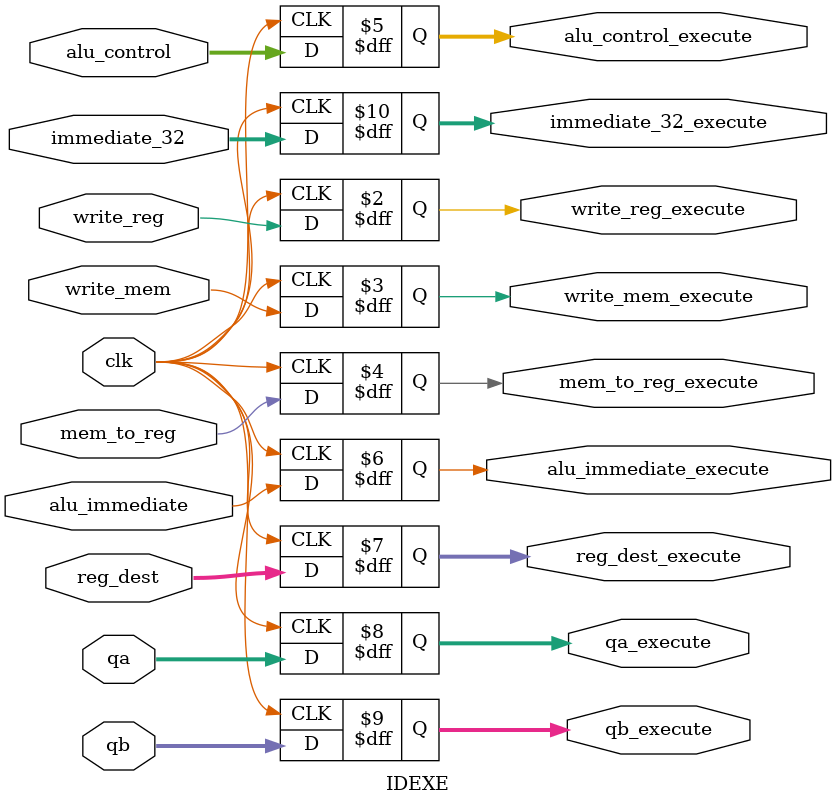
<source format=v>
`timescale 1ns / 1ps


module IDEXE(

    // Transfers decoded information from ID stage to EXE stage. 
    
    // INPUTS: Instruction Decode (ID) Stage 

    input wire clk,                                 // Clock
    
    input wire write_reg,                           // write_reg = 1: Write Data to Register
    input wire write_mem,                           // write_mem = 1: Write Data to Memory (Store)
    input wire mem_to_reg,                          // mem_to_reg = 1: Write from Memory to Register (Load)
    
    input wire [3:0] alu_control,                   // Stores Operation (EX: ADD, SUB, AND, OR, ...)
    input wire alu_immediate,                       // alu_immediate = 1: ALU Stores Immediate Value
    
    input wire [4:0] reg_dest,                      // Destination Register
    input wire [31:0] qa,                           // Query A: Outputs Value Stored in Source Register (rs)
    input wire [31:0] qb,                           // Query B: Outputs Value Stores in Target Register (rt)
    input wire [31:0] immediate_32,                 // 32-Bit Immediate
    
    // OUTPUTS: Execute (EXE) Stage Stage
    
    output reg write_reg_execute,                   // write_reg_execute = 1: Write Data to Register
    output reg write_mem_execute,                   // write_mem_execute = 1: Write Data to Memory (Store)
    output reg mem_to_reg_execute,                  // mem_to_reg_execute = 1: Write from Memory to Register (Load)
    
    output reg [3:0] alu_control_execute,           // Stores Operation (EX: ADD, SUB, AND, OR, ...)
    output reg alu_immediate_execute,               // alu_immediate = 1: ALU Stores Immediate Value
    
    output reg [4:0] reg_dest_execute,              // Destination Register
    output reg [31:0] qa_execute,                   // Query A: Outputs Value Stored in Source Register (rs)
    output reg [31:0] qb_execute,                   // Query B: Outputs Value Stored in Source Register (rs)
    output reg [31:0] immediate_32_execute          // 32-Bit Immediate
    
    );
    
    always @(posedge clk) begin                     // Positive Clock Edge Trigger (0 -> 1)
    
        // Transfers decoded information from ID stage to EXE stage.
    
        write_reg_execute <= write_reg;
        write_mem_execute <= write_mem;
        mem_to_reg_execute <= mem_to_reg;
        
        alu_control_execute <= alu_control;
        alu_immediate_execute <= alu_immediate;
        
        reg_dest_execute <= reg_dest;
        qa_execute <= qa;
        qb_execute <= qb;
        immediate_32_execute <= immediate_32;
        
     end
    
endmodule

</source>
